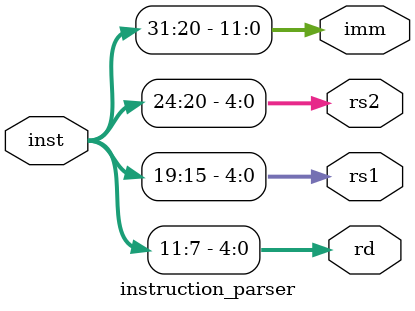
<source format=v>
module instruction_parser (
    inst, 
    //opcode, 
    rd, 
    //funct3, 
    rs1, rs2, 
    //funct7, 
    imm
);

input  [31:0] inst;
// output [6:0] opcode;
output [4:0] rd;
// output [2:0] funct3;
output [4:0] rs1;
output [4:0] rs2;
// output [6:0] funct7;
output [11:0] imm;

// assign opcode = inst [6:0];
assign rd = inst [11:7];
// assign funct3 = inst [14:12];
assign rs1 = inst [19:15];
assign rs2 = inst [24:20];
// assign funct7 = inst [31:25];
assign imm = inst [31:20];
    
endmodule
</source>
